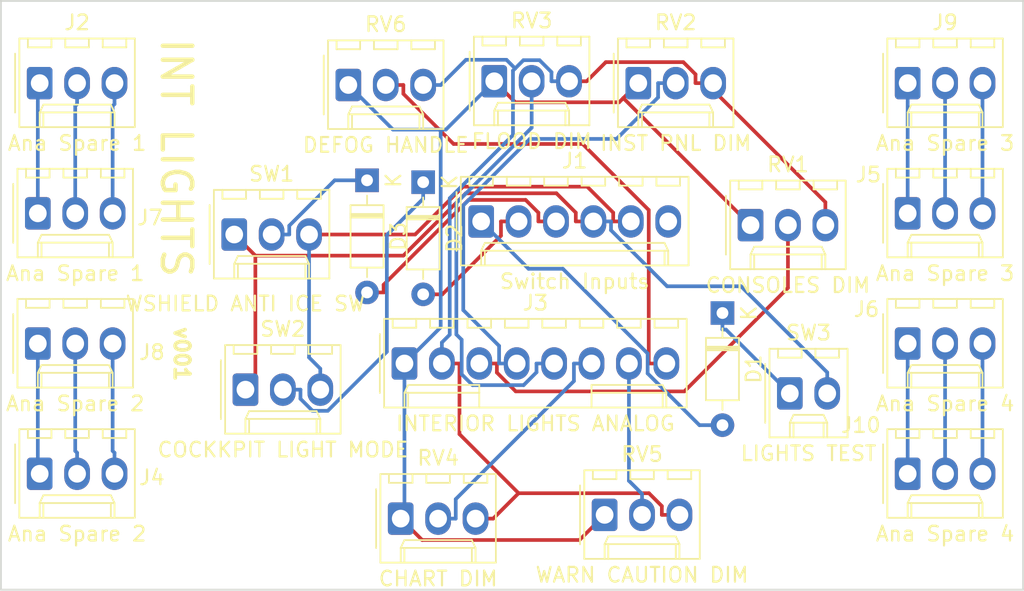
<source format=kicad_pcb>
(kicad_pcb (version 20171130) (host pcbnew "(5.1.5-0-10_14)")
  (layers (0 F.Cu signal) (31 B.Cu signal) (34 B.Paste user) (35 F.Paste user) (36 B.SilkS user) (37 F.SilkS user) (38 B.Mask user) (39 F.Mask user) (44 Edge.Cuts user))
  (net 0 "")
  (net 1 /Col1)
  (net 2 "Net-(D1-Pad1)")
  (net 3 /Col2)
  (net 4 "Net-(D2-Pad1)")
  (net 5 /Col3)
  (net 6 "Net-(D3-Pad1)")
  (net 7 /ROW2)
  (net 8 /ROW1)
  (net 9 /DEFOG)
  (net 10 /WARN_CAUTION)
  (net 11 /CHART)
  (net 12 /FLOOD)
  (net 13 /INST_PNL)
  (net 14 /CONSOLES)
  (net 15 /ANALOG_GND)
  (net 16 /ANALOG+5V)
  (net 17 "Net-(J2-Pad3)")
  (net 18 "Net-(J2-Pad2)")
  (net 19 "Net-(J2-Pad1)")
  (net 20 "Net-(J4-Pad3)")
  (net 21 "Net-(J4-Pad2)")
  (net 22 "Net-(J4-Pad1)")
  (net 23 "Net-(J5-Pad3)")
  (net 24 "Net-(J5-Pad2)")
  (net 25 "Net-(J5-Pad1)")
  (net 26 "Net-(J10-Pad3)")
  (net 27 "Net-(J10-Pad2)")
  (net 28 "Net-(J10-Pad1)")
  (module PT_Library_v001:Molex_1x03_P2.54mm_Vertical (layer F.Cu) (at 138.176 115.316)
    (fp_text reference J10 (at -3.175 -3.302) (layer F.SilkS))
    (fp_text value "Ana Spare 4" (at 2.54 4.08) (layer F.SilkS))
    (pad 3 thru_hole oval (at 5.08 0) (size 1.74 2.2) (drill 1.2) (layers *.Cu *.Mask) (net 26 "Net-(J10-Pad3)"))
    (pad 2 thru_hole oval (at 2.54 0) (size 1.74 2.2) (drill 1.2) (layers *.Cu *.Mask) (net 27 "Net-(J10-Pad2)"))
    (pad 1 thru_hole roundrect (at 0 0) (size 1.74 2.2) (drill 1.2) (layers *.Cu *.Mask) (roundrect_rratio 0.143678) (net 28 "Net-(J10-Pad1)"))
  )
  (module PT_Library_v001:Molex_1x03_P2.54mm_Vertical (layer F.Cu) (at 138.176 88.773)
    (fp_text reference J9 (at 2.54 -4.12) (layer F.SilkS))
    (fp_text value "Ana Spare 3" (at 2.54 4.08) (layer F.SilkS))
    (pad 3 thru_hole oval (at 5.08 0) (size 1.74 2.2) (drill 1.2) (layers *.Cu *.Mask) (net 23 "Net-(J5-Pad3)"))
    (pad 2 thru_hole oval (at 2.54 0) (size 1.74 2.2) (drill 1.2) (layers *.Cu *.Mask) (net 24 "Net-(J5-Pad2)"))
    (pad 1 thru_hole roundrect (at 0 0) (size 1.74 2.2) (drill 1.2) (layers *.Cu *.Mask) (roundrect_rratio 0.143678) (net 25 "Net-(J5-Pad1)"))
  )
  (module PT_Library_v001:Molex_1x03_P2.54mm_Vertical (layer F.Cu) (at 79.121 106.4683)
    (fp_text reference J8 (at 7.747 0.5927) (layer F.SilkS))
    (fp_text value "Ana Spare 2" (at 2.54 4.08) (layer F.SilkS))
    (pad 3 thru_hole oval (at 5.08 0) (size 1.74 2.2) (drill 1.2) (layers *.Cu *.Mask) (net 20 "Net-(J4-Pad3)"))
    (pad 2 thru_hole oval (at 2.54 0) (size 1.74 2.2) (drill 1.2) (layers *.Cu *.Mask) (net 21 "Net-(J4-Pad2)"))
    (pad 1 thru_hole roundrect (at 0 0) (size 1.74 2.2) (drill 1.2) (layers *.Cu *.Mask) (roundrect_rratio 0.143678) (net 22 "Net-(J4-Pad1)"))
  )
  (module PT_Library_v001:Molex_1x03_P2.54mm_Vertical (layer F.Cu) (at 79.121 97.6207)
    (fp_text reference J7 (at 7.62 0.2963) (layer F.SilkS))
    (fp_text value "Ana Spare 1" (at 2.54 4.08) (layer F.SilkS))
    (pad 3 thru_hole oval (at 5.08 0) (size 1.74 2.2) (drill 1.2) (layers *.Cu *.Mask) (net 17 "Net-(J2-Pad3)"))
    (pad 2 thru_hole oval (at 2.54 0) (size 1.74 2.2) (drill 1.2) (layers *.Cu *.Mask) (net 18 "Net-(J2-Pad2)"))
    (pad 1 thru_hole roundrect (at 0 0) (size 1.74 2.2) (drill 1.2) (layers *.Cu *.Mask) (roundrect_rratio 0.143678) (net 19 "Net-(J2-Pad1)"))
  )
  (module PT_Library_v001:Molex_1x03_P2.54mm_Vertical (layer F.Cu) (at 138.176 106.4683)
    (fp_text reference J6 (at -2.794 -2.3283) (layer F.SilkS))
    (fp_text value "Ana Spare 4" (at 2.54 4.08) (layer F.SilkS))
    (pad 3 thru_hole oval (at 5.08 0) (size 1.74 2.2) (drill 1.2) (layers *.Cu *.Mask) (net 26 "Net-(J10-Pad3)"))
    (pad 2 thru_hole oval (at 2.54 0) (size 1.74 2.2) (drill 1.2) (layers *.Cu *.Mask) (net 27 "Net-(J10-Pad2)"))
    (pad 1 thru_hole roundrect (at 0 0) (size 1.74 2.2) (drill 1.2) (layers *.Cu *.Mask) (roundrect_rratio 0.143678) (net 28 "Net-(J10-Pad1)"))
  )
  (module PT_Library_v001:Molex_1x03_P2.54mm_Vertical (layer F.Cu) (at 138.176 97.6207)
    (fp_text reference J5 (at -2.667 -2.6247) (layer F.SilkS))
    (fp_text value "Ana Spare 3" (at 2.54 4.08) (layer F.SilkS))
    (pad 3 thru_hole oval (at 5.08 0) (size 1.74 2.2) (drill 1.2) (layers *.Cu *.Mask) (net 23 "Net-(J5-Pad3)"))
    (pad 2 thru_hole oval (at 2.54 0) (size 1.74 2.2) (drill 1.2) (layers *.Cu *.Mask) (net 24 "Net-(J5-Pad2)"))
    (pad 1 thru_hole roundrect (at 0 0) (size 1.74 2.2) (drill 1.2) (layers *.Cu *.Mask) (roundrect_rratio 0.143678) (net 25 "Net-(J5-Pad1)"))
  )
  (module PT_Library_v001:Molex_1x03_P2.54mm_Vertical (layer F.Cu) (at 79.248 115.316)
    (fp_text reference J4 (at 7.62 0.254) (layer F.SilkS))
    (fp_text value "Ana Spare 2" (at 2.54 4.08) (layer F.SilkS))
    (pad 3 thru_hole oval (at 5.08 0) (size 1.74 2.2) (drill 1.2) (layers *.Cu *.Mask) (net 20 "Net-(J4-Pad3)"))
    (pad 2 thru_hole oval (at 2.54 0) (size 1.74 2.2) (drill 1.2) (layers *.Cu *.Mask) (net 21 "Net-(J4-Pad2)"))
    (pad 1 thru_hole roundrect (at 0 0) (size 1.74 2.2) (drill 1.2) (layers *.Cu *.Mask) (roundrect_rratio 0.143678) (net 22 "Net-(J4-Pad1)"))
  )
  (module PT_Library_v001:Molex_1x03_P2.54mm_Vertical (layer F.Cu) (at 79.248 88.773)
    (fp_text reference J2 (at 2.54 -4.12) (layer F.SilkS))
    (fp_text value "Ana Spare 1" (at 2.54 4.08) (layer F.SilkS))
    (pad 3 thru_hole oval (at 5.08 0) (size 1.74 2.2) (drill 1.2) (layers *.Cu *.Mask) (net 17 "Net-(J2-Pad3)"))
    (pad 2 thru_hole oval (at 2.54 0) (size 1.74 2.2) (drill 1.2) (layers *.Cu *.Mask) (net 18 "Net-(J2-Pad2)"))
    (pad 1 thru_hole roundrect (at 0 0) (size 1.74 2.2) (drill 1.2) (layers *.Cu *.Mask) (roundrect_rratio 0.143678) (net 19 "Net-(J2-Pad1)"))
  )
  (module PT_Library_v001:Molex_1x02_P2.54mm_Vertical (layer F.Cu) (at 130.175 109.855)
    (fp_text reference SW3 (at 1.27 -4.12) (layer F.SilkS))
    (fp_text value "LIGHTS TEST" (at 1.27 4.08) (layer F.SilkS))
    (pad 2 thru_hole oval (at 2.54 0) (size 1.74 2.2) (drill 1.2) (layers *.Cu *.Mask) (net 8 /ROW1))
    (pad 1 thru_hole roundrect (at 0 0) (size 1.74 2.2) (drill 1.2) (layers *.Cu *.Mask) (roundrect_rratio 0.143678) (net 2 "Net-(D1-Pad1)"))
  )
  (module PT_Library_v001:Molex_1x03_P2.54mm_Vertical (layer F.Cu) (at 93.218 109.601)
    (fp_text reference SW2 (at 2.54 -4.12) (layer F.SilkS))
    (fp_text value "COCKKPIT LIGHT MODE" (at 2.54 4.08) (layer F.SilkS))
    (pad 3 thru_hole oval (at 5.08 0) (size 1.74 2.2) (drill 1.2) (layers *.Cu *.Mask) (net 7 /ROW2))
    (pad 2 thru_hole oval (at 2.54 0) (size 1.74 2.2) (drill 1.2) (layers *.Cu *.Mask) (net 4 "Net-(D2-Pad1)"))
    (pad 1 thru_hole roundrect (at 0 0) (size 1.74 2.2) (drill 1.2) (layers *.Cu *.Mask) (roundrect_rratio 0.143678) (net 8 /ROW1))
  )
  (module PT_Library_v001:Molex_1x03_P2.54mm_Vertical (layer F.Cu) (at 92.456 99.06)
    (fp_text reference SW1 (at 2.54 -4.12) (layer F.SilkS))
    (fp_text value "WSHIELD ANTI ICE SW" (at 0.762 4.699) (layer F.SilkS))
    (pad 3 thru_hole oval (at 5.08 0) (size 1.74 2.2) (drill 1.2) (layers *.Cu *.Mask) (net 7 /ROW2))
    (pad 2 thru_hole oval (at 2.54 0) (size 1.74 2.2) (drill 1.2) (layers *.Cu *.Mask) (net 6 "Net-(D3-Pad1)"))
    (pad 1 thru_hole roundrect (at 0 0) (size 1.74 2.2) (drill 1.2) (layers *.Cu *.Mask) (roundrect_rratio 0.143678) (net 8 /ROW1))
  )
  (module PT_Library_v001:Molex_1x03_P2.54mm_Vertical (layer F.Cu) (at 100.203 88.9)
    (fp_text reference RV6 (at 2.54 -4.12) (layer F.SilkS))
    (fp_text value "DEFOG HANDLE" (at 2.54 4.08) (layer F.SilkS))
    (pad 3 thru_hole oval (at 5.08 0) (size 1.74 2.2) (drill 1.2) (layers *.Cu *.Mask) (net 15 /ANALOG_GND))
    (pad 2 thru_hole oval (at 2.54 0) (size 1.74 2.2) (drill 1.2) (layers *.Cu *.Mask) (net 9 /DEFOG))
    (pad 1 thru_hole roundrect (at 0 0) (size 1.74 2.2) (drill 1.2) (layers *.Cu *.Mask) (roundrect_rratio 0.143678) (net 16 /ANALOG+5V))
  )
  (module PT_Library_v001:Molex_1x03_P2.54mm_Vertical (layer F.Cu) (at 117.602 118.11)
    (fp_text reference RV5 (at 2.54 -4.12) (layer F.SilkS))
    (fp_text value "WARN CAUTION DIM" (at 2.54 4.08) (layer F.SilkS))
    (pad 3 thru_hole oval (at 5.08 0) (size 1.74 2.2) (drill 1.2) (layers *.Cu *.Mask) (net 15 /ANALOG_GND))
    (pad 2 thru_hole oval (at 2.54 0) (size 1.74 2.2) (drill 1.2) (layers *.Cu *.Mask) (net 10 /WARN_CAUTION))
    (pad 1 thru_hole roundrect (at 0 0) (size 1.74 2.2) (drill 1.2) (layers *.Cu *.Mask) (roundrect_rratio 0.143678) (net 16 /ANALOG+5V))
  )
  (module PT_Library_v001:Molex_1x03_P2.54mm_Vertical (layer F.Cu) (at 103.759 118.364)
    (fp_text reference RV4 (at 2.54 -4.12) (layer F.SilkS))
    (fp_text value "CHART DIM" (at 2.54 4.08) (layer F.SilkS))
    (pad 3 thru_hole oval (at 5.08 0) (size 1.74 2.2) (drill 1.2) (layers *.Cu *.Mask) (net 15 /ANALOG_GND))
    (pad 2 thru_hole oval (at 2.54 0) (size 1.74 2.2) (drill 1.2) (layers *.Cu *.Mask) (net 11 /CHART))
    (pad 1 thru_hole roundrect (at 0 0) (size 1.74 2.2) (drill 1.2) (layers *.Cu *.Mask) (roundrect_rratio 0.143678) (net 16 /ANALOG+5V))
  )
  (module PT_Library_v001:Molex_1x03_P2.54mm_Vertical (layer F.Cu) (at 110.109 88.646)
    (fp_text reference RV3 (at 2.54 -4.12) (layer F.SilkS))
    (fp_text value "FLOOD DIM" (at 2.54 4.08) (layer F.SilkS))
    (pad 3 thru_hole oval (at 5.08 0) (size 1.74 2.2) (drill 1.2) (layers *.Cu *.Mask) (net 15 /ANALOG_GND))
    (pad 2 thru_hole oval (at 2.54 0) (size 1.74 2.2) (drill 1.2) (layers *.Cu *.Mask) (net 12 /FLOOD))
    (pad 1 thru_hole roundrect (at 0 0) (size 1.74 2.2) (drill 1.2) (layers *.Cu *.Mask) (roundrect_rratio 0.143678) (net 16 /ANALOG+5V))
  )
  (module PT_Library_v001:Molex_1x03_P2.54mm_Vertical (layer F.Cu) (at 119.888 88.773)
    (fp_text reference RV2 (at 2.54 -4.12) (layer F.SilkS))
    (fp_text value "INST PNL DIM" (at 2.54 4.08) (layer F.SilkS))
    (pad 3 thru_hole oval (at 5.08 0) (size 1.74 2.2) (drill 1.2) (layers *.Cu *.Mask) (net 15 /ANALOG_GND))
    (pad 2 thru_hole oval (at 2.54 0) (size 1.74 2.2) (drill 1.2) (layers *.Cu *.Mask) (net 13 /INST_PNL))
    (pad 1 thru_hole roundrect (at 0 0) (size 1.74 2.2) (drill 1.2) (layers *.Cu *.Mask) (roundrect_rratio 0.143678) (net 16 /ANALOG+5V))
  )
  (module PT_Library_v001:Molex_1x03_P2.54mm_Vertical (layer F.Cu) (at 127.508 98.425)
    (fp_text reference RV1 (at 2.54 -4.12) (layer F.SilkS))
    (fp_text value "CONSOLES DIM" (at 2.54 4.08) (layer F.SilkS))
    (pad 3 thru_hole oval (at 5.08 0) (size 1.74 2.2) (drill 1.2) (layers *.Cu *.Mask) (net 15 /ANALOG_GND))
    (pad 2 thru_hole oval (at 2.54 0) (size 1.74 2.2) (drill 1.2) (layers *.Cu *.Mask) (net 14 /CONSOLES))
    (pad 1 thru_hole roundrect (at 0 0) (size 1.74 2.2) (drill 1.2) (layers *.Cu *.Mask) (roundrect_rratio 0.143678) (net 16 /ANALOG+5V))
  )
  (module PT_Library_v001:Molex_1x08_P2.54mm_Vertical (layer F.Cu) (at 104.013 107.823)
    (fp_text reference J3 (at 8.89 -4.12) (layer F.SilkS))
    (fp_text value "INTERIOR LIGHTS ANALOG" (at 8.89 4.08) (layer F.SilkS))
    (pad 8 thru_hole oval (at 17.78 0) (size 1.74 2.2) (drill 1.2) (layers *.Cu *.Mask) (net 9 /DEFOG))
    (pad 7 thru_hole oval (at 15.24 0) (size 1.74 2.2) (drill 1.2) (layers *.Cu *.Mask) (net 10 /WARN_CAUTION))
    (pad 6 thru_hole oval (at 12.7 0) (size 1.74 2.2) (drill 1.2) (layers *.Cu *.Mask) (net 11 /CHART))
    (pad 5 thru_hole oval (at 10.16 0) (size 1.74 2.2) (drill 1.2) (layers *.Cu *.Mask) (net 12 /FLOOD))
    (pad 4 thru_hole oval (at 7.62 0) (size 1.74 2.2) (drill 1.2) (layers *.Cu *.Mask) (net 13 /INST_PNL))
    (pad 3 thru_hole oval (at 5.08 0) (size 1.74 2.2) (drill 1.2) (layers *.Cu *.Mask) (net 14 /CONSOLES))
    (pad 2 thru_hole oval (at 2.54 0) (size 1.74 2.2) (drill 1.2) (layers *.Cu *.Mask) (net 15 /ANALOG_GND))
    (pad 1 thru_hole roundrect (at 0 0) (size 1.74 2.2) (drill 1.2) (layers *.Cu *.Mask) (roundrect_rratio 0.143678) (net 16 /ANALOG+5V))
  )
  (module PT_Library_v001:Molex_1x06_P2.54mm_Vertical (layer F.Cu) (at 109.22 98.171)
    (fp_text reference J1 (at 6.35 -4.12) (layer F.SilkS))
    (fp_text value "Switch Inputs" (at 6.35 4.08) (layer F.SilkS))
    (pad 6 thru_hole oval (at 12.7 0) (size 1.74 2.2) (drill 1.2) (layers *.Cu *.Mask))
    (pad 5 thru_hole oval (at 10.16 0) (size 1.74 2.2) (drill 1.2) (layers *.Cu *.Mask) (net 7 /ROW2))
    (pad 4 thru_hole oval (at 7.62 0) (size 1.74 2.2) (drill 1.2) (layers *.Cu *.Mask) (net 8 /ROW1))
    (pad 3 thru_hole oval (at 5.08 0) (size 1.74 2.2) (drill 1.2) (layers *.Cu *.Mask) (net 5 /Col3))
    (pad 2 thru_hole oval (at 2.54 0) (size 1.74 2.2) (drill 1.2) (layers *.Cu *.Mask) (net 3 /Col2))
    (pad 1 thru_hole roundrect (at 0 0) (size 1.74 2.2) (drill 1.2) (layers *.Cu *.Mask) (roundrect_rratio 0.143678) (net 1 /Col1))
  )
  (module MountingHole:MountingHole_3.2mm_M3 (layer F.Cu) (at 130.556 117.983)
    (fp_text reference H4 hide)
    (fp_text value MountingHole)
    (pad 1 np_thru_hole circle (at 0 0) (size 3.2 3.2) (drill 3.2) (layers *.Cu *.Mask))
  )
  (module MountingHole:MountingHole_3.2mm_M3 (layer F.Cu) (at 94.615 90.424)
    (fp_text reference H3 hide)
    (fp_text value MountingHole)
    (pad 1 np_thru_hole circle (at 0 0) (size 3.2 3.2) (drill 3.2) (layers *.Cu *.Mask))
  )
  (module MountingHole:MountingHole_3.2mm_M3 (layer F.Cu) (at 130.556 90.424)
    (fp_text reference H2 hide)
    (fp_text value MountingHole)
    (pad 1 np_thru_hole circle (at 0 0) (size 3.2 3.2) (drill 3.2) (layers *.Cu *.Mask))
  )
  (module MountingHole:MountingHole_3.2mm_M3 (layer F.Cu) (at 94.615 117.983)
    (fp_text reference H1 hide)
    (fp_text value MountingHole)
    (pad 1 np_thru_hole circle (at 0 0) (size 3.2 3.2) (drill 3.2) (layers *.Cu *.Mask))
  )
  (module PT_Library_v001:D_Signal_P7.62mm_Horizontal (layer F.Cu) (at 101.473 95.377 270)
    (fp_text reference D3 (at 3.81 -2.12 90) (layer F.SilkS))
    (fp_text value D)
    (fp_text user K (at 0 -1.8 90) (layer F.SilkS))
    (pad 2 thru_hole oval (at 7.62 0 270) (size 1.6 1.6) (drill 0.8) (layers *.Cu *.Mask) (net 5 /Col3))
    (pad 1 thru_hole rect (at 0 0 270) (size 1.6 1.6) (drill 0.8) (layers *.Cu *.Mask) (net 6 "Net-(D3-Pad1)"))
  )
  (module PT_Library_v001:D_Signal_P7.62mm_Horizontal (layer F.Cu) (at 105.283 95.504 270)
    (fp_text reference D2 (at 3.81 -2.12 90) (layer F.SilkS))
    (fp_text value D)
    (fp_text user K (at 0 -1.8 90) (layer F.SilkS))
    (pad 2 thru_hole oval (at 7.62 0 270) (size 1.6 1.6) (drill 0.8) (layers *.Cu *.Mask) (net 3 /Col2))
    (pad 1 thru_hole rect (at 0 0 270) (size 1.6 1.6) (drill 0.8) (layers *.Cu *.Mask) (net 4 "Net-(D2-Pad1)"))
  )
  (module PT_Library_v001:D_Signal_P7.62mm_Horizontal (layer F.Cu) (at 125.603 104.394 270)
    (fp_text reference D1 (at 3.81 -2.12 90) (layer F.SilkS))
    (fp_text value D)
    (fp_text user K (at 0 -1.8 90) (layer F.SilkS))
    (pad 2 thru_hole oval (at 7.62 0 270) (size 1.6 1.6) (drill 0.8) (layers *.Cu *.Mask) (net 1 /Col1))
    (pad 1 thru_hole rect (at 0 0 270) (size 1.6 1.6) (drill 0.8) (layers *.Cu *.Mask) (net 2 "Net-(D1-Pad1)"))
  )
  (gr_line (start 76.614 83.185) (end 76.614 123.19) (layer Edge.Cuts) (width 0.12))
  (gr_line (start 146.017 123.19) (end 76.614 123.19) (layer Edge.Cuts) (width 0.12))
  (gr_line (start 146.017 83.185) (end 146.017 123.19) (layer Edge.Cuts) (width 0.12))
  (gr_line (start 76.614 83.185) (end 146.017 83.185) (layer Edge.Cuts) (width 0.12))
  (gr_text v001 (at 88.9 107.188 -90) (layer F.SilkS) (effects (font (size 1 1) (thickness 0.25))))
  (gr_text "INT LIGHTS" (at 88.519 93.853 -90) (layer F.SilkS) (effects (font (size 2 2) (thickness 0.3))))
  (segment (start 125.603 112.014) (end 124.0381 112.014) (width 0.25) (layer B.Cu) (net 1))
  (segment (start 124.0381 112.014) (end 120.523 108.4989) (width 0.25) (layer B.Cu) (net 1))
  (segment (start 120.523 108.4989) (end 120.523 107.1446) (width 0.25) (layer B.Cu) (net 1))
  (segment (start 120.523 107.1446) (end 114.7661 101.3877) (width 0.25) (layer B.Cu) (net 1))
  (segment (start 114.7661 101.3877) (end 112.4367 101.3877) (width 0.25) (layer B.Cu) (net 1))
  (segment (start 112.4367 101.3877) (end 109.22 98.171) (width 0.25) (layer B.Cu) (net 1))
  (segment (start 125.603 104.394) (end 125.603 105.5193) (width 0.25) (layer B.Cu) (net 2))
  (segment (start 125.603 105.5193) (end 125.8393 105.5193) (width 0.25) (layer B.Cu) (net 2))
  (segment (start 125.8393 105.5193) (end 130.175 109.855) (width 0.25) (layer B.Cu) (net 2))
  (segment (start 111.76 98.171) (end 110.5647 98.171) (width 0.25) (layer F.Cu) (net 3))
  (segment (start 105.283 103.124) (end 106.5829 103.124) (width 0.25) (layer F.Cu) (net 3))
  (segment (start 106.5829 103.124) (end 110.5647 99.1422) (width 0.25) (layer F.Cu) (net 3))
  (segment (start 110.5647 99.1422) (end 110.5647 98.171) (width 0.25) (layer F.Cu) (net 3))
  (segment (start 95.758 109.601) (end 96.9533 109.601) (width 0.25) (layer B.Cu) (net 4))
  (segment (start 105.283 95.504) (end 105.283 96.6293) (width 0.25) (layer B.Cu) (net 4))
  (segment (start 105.283 96.6293) (end 102.8166 99.0957) (width 0.25) (layer B.Cu) (net 4))
  (segment (start 102.8166 99.0957) (end 102.8166 107.0279) (width 0.25) (layer B.Cu) (net 4))
  (segment (start 102.8166 107.0279) (end 98.8055 111.039) (width 0.25) (layer B.Cu) (net 4))
  (segment (start 98.8055 111.039) (end 97.7698 111.039) (width 0.25) (layer B.Cu) (net 4))
  (segment (start 97.7698 111.039) (end 96.9533 110.2225) (width 0.25) (layer B.Cu) (net 4))
  (segment (start 96.9533 110.2225) (end 96.9533 109.601) (width 0.25) (layer B.Cu) (net 4))
  (segment (start 114.3 98.171) (end 113.1047 98.171) (width 0.25) (layer F.Cu) (net 5))
  (segment (start 101.473 102.997) (end 102.5983 102.997) (width 0.25) (layer F.Cu) (net 5))
  (segment (start 102.5983 102.997) (end 102.5983 102.4721) (width 0.25) (layer F.Cu) (net 5))
  (segment (start 102.5983 102.4721) (end 108.3613 96.7091) (width 0.25) (layer F.Cu) (net 5))
  (segment (start 108.3613 96.7091) (end 112.2404 96.7091) (width 0.25) (layer F.Cu) (net 5))
  (segment (start 112.2404 96.7091) (end 113.1047 97.5734) (width 0.25) (layer F.Cu) (net 5))
  (segment (start 113.1047 97.5734) (end 113.1047 98.171) (width 0.25) (layer F.Cu) (net 5))
  (segment (start 94.996 99.06) (end 96.1913 99.06) (width 0.25) (layer B.Cu) (net 6))
  (segment (start 101.473 95.377) (end 99.2766 95.377) (width 0.25) (layer B.Cu) (net 6))
  (segment (start 99.2766 95.377) (end 96.1913 98.4623) (width 0.25) (layer B.Cu) (net 6))
  (segment (start 96.1913 98.4623) (end 96.1913 99.06) (width 0.25) (layer B.Cu) (net 6))
  (segment (start 98.7313 99.06) (end 104.7366 99.06) (width 0.25) (layer F.Cu) (net 7))
  (segment (start 104.7366 99.06) (end 107.9882 95.8084) (width 0.25) (layer F.Cu) (net 7))
  (segment (start 107.9882 95.8084) (end 116.4197 95.8084) (width 0.25) (layer F.Cu) (net 7))
  (segment (start 116.4197 95.8084) (end 118.1847 97.5734) (width 0.25) (layer F.Cu) (net 7))
  (segment (start 118.1847 97.5734) (end 118.1847 98.171) (width 0.25) (layer F.Cu) (net 7))
  (segment (start 98.298 109.601) (end 98.298 108.1757) (width 0.25) (layer B.Cu) (net 7))
  (segment (start 97.536 99.06) (end 97.536 107.4137) (width 0.25) (layer B.Cu) (net 7))
  (segment (start 97.536 107.4137) (end 98.298 108.1757) (width 0.25) (layer B.Cu) (net 7))
  (segment (start 97.536 99.06) (end 98.7313 99.06) (width 0.25) (layer F.Cu) (net 7))
  (segment (start 119.38 98.171) (end 118.1847 98.171) (width 0.25) (layer F.Cu) (net 7))
  (segment (start 93.8905 100.4945) (end 92.456 99.06) (width 0.25) (layer F.Cu) (net 8))
  (segment (start 115.6447 98.171) (end 115.6447 97.5734) (width 0.25) (layer F.Cu) (net 8))
  (segment (start 115.6447 97.5734) (end 114.33 96.2587) (width 0.25) (layer F.Cu) (net 8))
  (segment (start 114.33 96.2587) (end 108.1748 96.2587) (width 0.25) (layer F.Cu) (net 8))
  (segment (start 108.1748 96.2587) (end 103.939 100.4945) (width 0.25) (layer F.Cu) (net 8))
  (segment (start 103.939 100.4945) (end 93.8905 100.4945) (width 0.25) (layer F.Cu) (net 8))
  (segment (start 93.8905 100.4945) (end 93.8905 108.9285) (width 0.25) (layer F.Cu) (net 8))
  (segment (start 93.8905 108.9285) (end 93.218 109.601) (width 0.25) (layer F.Cu) (net 8))
  (segment (start 132.715 109.855) (end 132.715 108.4297) (width 0.25) (layer B.Cu) (net 8))
  (segment (start 116.84 98.171) (end 118.0353 98.171) (width 0.25) (layer B.Cu) (net 8))
  (segment (start 118.0353 98.171) (end 118.0353 98.7687) (width 0.25) (layer B.Cu) (net 8))
  (segment (start 118.0353 98.7687) (end 121.8433 102.5767) (width 0.25) (layer B.Cu) (net 8))
  (segment (start 121.8433 102.5767) (end 126.862 102.5767) (width 0.25) (layer B.Cu) (net 8))
  (segment (start 126.862 102.5767) (end 132.715 108.4297) (width 0.25) (layer B.Cu) (net 8))
  (segment (start 116.84 98.171) (end 115.6447 98.171) (width 0.25) (layer F.Cu) (net 8))
  (segment (start 102.743 88.9) (end 103.9383 88.9) (width 0.25) (layer F.Cu) (net 9))
  (segment (start 121.793 107.823) (end 120.5977 107.823) (width 0.25) (layer F.Cu) (net 9))
  (segment (start 120.5977 107.823) (end 120.5977 97.3967) (width 0.25) (layer F.Cu) (net 9))
  (segment (start 120.5977 97.3967) (end 116.108 92.907) (width 0.25) (layer F.Cu) (net 9))
  (segment (start 116.108 92.907) (end 107.3476 92.907) (width 0.25) (layer F.Cu) (net 9))
  (segment (start 107.3476 92.907) (end 103.9383 89.4977) (width 0.25) (layer F.Cu) (net 9))
  (segment (start 103.9383 89.4977) (end 103.9383 88.9) (width 0.25) (layer F.Cu) (net 9))
  (segment (start 120.142 118.11) (end 120.142 116.6847) (width 0.25) (layer B.Cu) (net 10))
  (segment (start 119.253 107.823) (end 119.253 115.7957) (width 0.25) (layer B.Cu) (net 10))
  (segment (start 119.253 115.7957) (end 120.142 116.6847) (width 0.25) (layer B.Cu) (net 10))
  (segment (start 116.713 107.823) (end 115.5177 107.823) (width 0.25) (layer B.Cu) (net 11))
  (segment (start 106.299 118.364) (end 107.4943 118.364) (width 0.25) (layer B.Cu) (net 11))
  (segment (start 115.5177 107.823) (end 115.5177 109.0183) (width 0.25) (layer B.Cu) (net 11))
  (segment (start 115.5177 109.0183) (end 107.4943 117.0417) (width 0.25) (layer B.Cu) (net 11))
  (segment (start 107.4943 117.0417) (end 107.4943 118.364) (width 0.25) (layer B.Cu) (net 11))
  (segment (start 114.173 107.823) (end 112.9777 107.823) (width 0.25) (layer B.Cu) (net 12))
  (segment (start 112.9777 107.823) (end 112.9777 108.4206) (width 0.25) (layer B.Cu) (net 12))
  (segment (start 112.9777 108.4206) (end 112.1041 109.2942) (width 0.25) (layer B.Cu) (net 12))
  (segment (start 112.1041 109.2942) (end 108.6359 109.2942) (width 0.25) (layer B.Cu) (net 12))
  (segment (start 108.6359 109.2942) (end 107.8976 108.5559) (width 0.25) (layer B.Cu) (net 12))
  (segment (start 107.8976 108.5559) (end 107.8976 106.2111) (width 0.25) (layer B.Cu) (net 12))
  (segment (start 107.8976 106.2111) (end 107.5362 105.8497) (width 0.25) (layer B.Cu) (net 12))
  (segment (start 107.5362 105.8497) (end 107.5362 96.9143) (width 0.25) (layer B.Cu) (net 12))
  (segment (start 107.5362 96.9143) (end 112.649 91.8015) (width 0.25) (layer B.Cu) (net 12))
  (segment (start 112.649 91.8015) (end 112.649 88.646) (width 0.25) (layer B.Cu) (net 12))
  (segment (start 122.428 88.773) (end 121.2327 88.773) (width 0.25) (layer B.Cu) (net 13))
  (segment (start 111.633 107.823) (end 110.4377 107.823) (width 0.25) (layer B.Cu) (net 13))
  (segment (start 110.4377 107.823) (end 110.4377 106.6277) (width 0.25) (layer B.Cu) (net 13))
  (segment (start 110.4377 106.6277) (end 108.0051 104.1951) (width 0.25) (layer B.Cu) (net 13))
  (segment (start 108.0051 104.1951) (end 108.0051 97.0823) (width 0.25) (layer B.Cu) (net 13))
  (segment (start 108.0051 97.0823) (end 112.5234 92.564) (width 0.25) (layer B.Cu) (net 13))
  (segment (start 112.5234 92.564) (end 118.4129 92.564) (width 0.25) (layer B.Cu) (net 13))
  (segment (start 118.4129 92.564) (end 121.2327 89.7442) (width 0.25) (layer B.Cu) (net 13))
  (segment (start 121.2327 89.7442) (end 121.2327 88.773) (width 0.25) (layer B.Cu) (net 13))
  (segment (start 110.2883 107.823) (end 110.2883 108.4403) (width 0.25) (layer F.Cu) (net 14))
  (segment (start 110.2883 108.4403) (end 111.5679 109.7199) (width 0.25) (layer F.Cu) (net 14))
  (segment (start 111.5679 109.7199) (end 123.0145 109.7199) (width 0.25) (layer F.Cu) (net 14))
  (segment (start 123.0145 109.7199) (end 130.048 102.6864) (width 0.25) (layer F.Cu) (net 14))
  (segment (start 130.048 102.6864) (end 130.048 98.425) (width 0.25) (layer F.Cu) (net 14))
  (segment (start 109.093 107.823) (end 110.2883 107.823) (width 0.25) (layer F.Cu) (net 14))
  (segment (start 124.499 88.773) (end 132.588 96.862) (width 0.25) (layer F.Cu) (net 15))
  (segment (start 132.588 96.862) (end 132.588 98.425) (width 0.25) (layer F.Cu) (net 15))
  (segment (start 124.499 88.773) (end 123.7727 88.773) (width 0.25) (layer F.Cu) (net 15))
  (segment (start 124.968 88.773) (end 124.499 88.773) (width 0.25) (layer F.Cu) (net 15))
  (segment (start 115.189 88.646) (end 116.3843 88.646) (width 0.25) (layer F.Cu) (net 15))
  (segment (start 116.3843 88.646) (end 117.6839 87.3464) (width 0.25) (layer F.Cu) (net 15))
  (segment (start 117.6839 87.3464) (end 122.9437 87.3464) (width 0.25) (layer F.Cu) (net 15))
  (segment (start 122.9437 87.3464) (end 123.7727 88.1754) (width 0.25) (layer F.Cu) (net 15))
  (segment (start 123.7727 88.1754) (end 123.7727 88.773) (width 0.25) (layer F.Cu) (net 15))
  (segment (start 111.5284 87.776) (end 111.3795 87.9249) (width 0.25) (layer B.Cu) (net 15))
  (segment (start 111.3795 87.9249) (end 111.3795 92.3028) (width 0.25) (layer B.Cu) (net 15))
  (segment (start 111.3795 92.3028) (end 107.0858 96.5965) (width 0.25) (layer B.Cu) (net 15))
  (segment (start 107.0858 96.5965) (end 107.0858 105.8649) (width 0.25) (layer B.Cu) (net 15))
  (segment (start 107.0858 105.8649) (end 106.553 106.3977) (width 0.25) (layer B.Cu) (net 15))
  (segment (start 111.5284 87.776) (end 112.0906 87.2138) (width 0.25) (layer B.Cu) (net 15))
  (segment (start 112.0906 87.2138) (end 113.183 87.2138) (width 0.25) (layer B.Cu) (net 15))
  (segment (start 113.183 87.2138) (end 113.9937 88.0245) (width 0.25) (layer B.Cu) (net 15))
  (segment (start 113.9937 88.0245) (end 113.9937 88.646) (width 0.25) (layer B.Cu) (net 15))
  (segment (start 111.5284 87.776) (end 110.9391 87.1867) (width 0.25) (layer B.Cu) (net 15))
  (segment (start 110.9391 87.1867) (end 108.1916 87.1867) (width 0.25) (layer B.Cu) (net 15))
  (segment (start 108.1916 87.1867) (end 106.4783 88.9) (width 0.25) (layer B.Cu) (net 15))
  (segment (start 105.283 88.9) (end 106.4783 88.9) (width 0.25) (layer B.Cu) (net 15))
  (segment (start 115.189 88.646) (end 113.9937 88.646) (width 0.25) (layer B.Cu) (net 15))
  (segment (start 106.553 107.823) (end 106.553 106.3977) (width 0.25) (layer B.Cu) (net 15))
  (segment (start 111.7608 116.6375) (end 120.6118 116.6375) (width 0.25) (layer F.Cu) (net 15))
  (segment (start 120.6118 116.6375) (end 121.4867 117.5124) (width 0.25) (layer F.Cu) (net 15))
  (segment (start 121.4867 117.5124) (end 121.4867 118.11) (width 0.25) (layer F.Cu) (net 15))
  (segment (start 110.0343 118.364) (end 111.7608 116.6375) (width 0.25) (layer F.Cu) (net 15))
  (segment (start 107.7483 107.823) (end 107.7483 112.625) (width 0.25) (layer F.Cu) (net 15))
  (segment (start 107.7483 112.625) (end 111.7608 116.6375) (width 0.25) (layer F.Cu) (net 15))
  (segment (start 106.553 107.823) (end 107.7483 107.823) (width 0.25) (layer F.Cu) (net 15))
  (segment (start 122.682 118.11) (end 121.4867 118.11) (width 0.25) (layer F.Cu) (net 15))
  (segment (start 108.839 118.364) (end 110.0343 118.364) (width 0.25) (layer F.Cu) (net 15))
  (segment (start 106.4721 91.9316) (end 103.2346 91.9316) (width 0.25) (layer B.Cu) (net 16))
  (segment (start 103.2346 91.9316) (end 100.203 88.9) (width 0.25) (layer B.Cu) (net 16))
  (segment (start 110.109 88.646) (end 106.8234 91.9316) (width 0.25) (layer B.Cu) (net 16))
  (segment (start 106.8234 91.9316) (end 106.4721 91.9316) (width 0.25) (layer B.Cu) (net 16))
  (segment (start 104.013 107.823) (end 106.4721 105.3639) (width 0.25) (layer B.Cu) (net 16))
  (segment (start 106.4721 105.3639) (end 106.4721 91.9316) (width 0.25) (layer B.Cu) (net 16))
  (segment (start 103.759 118.364) (end 104.013 118.11) (width 0.25) (layer B.Cu) (net 16))
  (segment (start 104.013 118.11) (end 104.013 107.823) (width 0.25) (layer B.Cu) (net 16))
  (segment (start 118.872 89.789) (end 118.5866 90.0744) (width 0.25) (layer F.Cu) (net 16))
  (segment (start 118.5866 90.0744) (end 111.5374 90.0744) (width 0.25) (layer F.Cu) (net 16))
  (segment (start 111.5374 90.0744) (end 110.109 88.646) (width 0.25) (layer F.Cu) (net 16))
  (segment (start 119.888 88.773) (end 118.872 89.789) (width 0.25) (layer F.Cu) (net 16))
  (segment (start 118.872 89.789) (end 127.508 98.425) (width 0.25) (layer F.Cu) (net 16))
  (segment (start 103.759 118.364) (end 105.2127 119.8177) (width 0.25) (layer F.Cu) (net 16))
  (segment (start 105.2127 119.8177) (end 115.8943 119.8177) (width 0.25) (layer F.Cu) (net 16))
  (segment (start 115.8943 119.8177) (end 117.602 118.11) (width 0.25) (layer F.Cu) (net 16))
  (segment (start 84.328 88.773) (end 84.328 90.1983) (width 0.25) (layer B.Cu) (net 17))
  (segment (start 84.328 90.1983) (end 84.201 90.3253) (width 0.25) (layer B.Cu) (net 17))
  (segment (start 84.201 90.3253) (end 84.201 97.6207) (width 0.25) (layer B.Cu) (net 17))
  (segment (start 81.788 88.773) (end 81.788 90.1983) (width 0.25) (layer B.Cu) (net 18))
  (segment (start 81.788 90.1983) (end 81.661 90.3253) (width 0.25) (layer B.Cu) (net 18))
  (segment (start 81.661 90.3253) (end 81.661 97.6207) (width 0.25) (layer B.Cu) (net 18))
  (segment (start 79.248 88.773) (end 79.121 88.9) (width 0.25) (layer B.Cu) (net 19))
  (segment (start 79.121 88.9) (end 79.121 97.6207) (width 0.25) (layer B.Cu) (net 19))
  (segment (start 84.328 115.316) (end 84.328 113.8907) (width 0.25) (layer B.Cu) (net 20))
  (segment (start 84.328 113.8907) (end 84.201 113.7637) (width 0.25) (layer B.Cu) (net 20))
  (segment (start 84.201 113.7637) (end 84.201 106.4683) (width 0.25) (layer B.Cu) (net 20))
  (segment (start 81.788 115.316) (end 81.788 113.8907) (width 0.25) (layer B.Cu) (net 21))
  (segment (start 81.788 113.8907) (end 81.661 113.7637) (width 0.25) (layer B.Cu) (net 21))
  (segment (start 81.661 113.7637) (end 81.661 106.4683) (width 0.25) (layer B.Cu) (net 21))
  (segment (start 79.248 115.316) (end 79.121 115.189) (width 0.25) (layer B.Cu) (net 22))
  (segment (start 79.121 115.189) (end 79.121 106.4683) (width 0.25) (layer B.Cu) (net 22))
  (segment (start 143.256 97.6207) (end 143.256 88.773) (width 0.25) (layer B.Cu) (net 23))
  (segment (start 140.716 97.6207) (end 140.716 88.773) (width 0.25) (layer B.Cu) (net 24))
  (segment (start 138.176 97.6207) (end 138.176 88.773) (width 0.25) (layer B.Cu) (net 25))
  (segment (start 143.256 106.4683) (end 143.256 115.316) (width 0.25) (layer B.Cu) (net 26))
  (segment (start 140.716 106.4683) (end 140.716 115.316) (width 0.25) (layer B.Cu) (net 27))
  (segment (start 138.176 106.4683) (end 138.176 115.316) (width 0.25) (layer B.Cu) (net 28))
)
</source>
